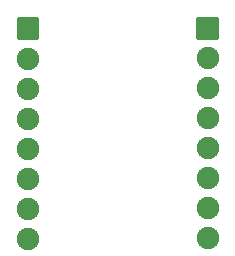
<source format=gbs>
G04 #@! TF.GenerationSoftware,KiCad,Pcbnew,(5.1.12)-1*
G04 #@! TF.CreationDate,2022-08-19T23:51:52+09:00*
G04 #@! TF.ProjectId,main,6d61696e-2e6b-4696-9361-645f70636258,rev?*
G04 #@! TF.SameCoordinates,PX7e5ca20PY5e39180*
G04 #@! TF.FileFunction,Soldermask,Bot*
G04 #@! TF.FilePolarity,Negative*
%FSLAX46Y46*%
G04 Gerber Fmt 4.6, Leading zero omitted, Abs format (unit mm)*
G04 Created by KiCad (PCBNEW (5.1.12)-1) date 2022-08-19 23:51:52*
%MOMM*%
%LPD*%
G01*
G04 APERTURE LIST*
%ADD10O,1.900000X1.900000*%
G04 APERTURE END LIST*
D10*
G04 #@! TO.C,J3*
X15600000Y-19360000D03*
X15600000Y-16820000D03*
X15600000Y-14280000D03*
X15600000Y-11740000D03*
X15600000Y-9200000D03*
X15600000Y-6660000D03*
X15600000Y-4120000D03*
G36*
G01*
X16550000Y-730000D02*
X16550000Y-2430000D01*
G75*
G02*
X16450000Y-2530000I-100000J0D01*
G01*
X14750000Y-2530000D01*
G75*
G02*
X14650000Y-2430000I0J100000D01*
G01*
X14650000Y-730000D01*
G75*
G02*
X14750000Y-630000I100000J0D01*
G01*
X16450000Y-630000D01*
G75*
G02*
X16550000Y-730000I0J-100000D01*
G01*
G37*
G04 #@! TD*
G04 #@! TO.C,J1*
X400000Y-19380000D03*
X400000Y-16840000D03*
X400000Y-14300000D03*
X400000Y-11760000D03*
X400000Y-9220000D03*
X400000Y-6680000D03*
X400000Y-4140000D03*
G36*
G01*
X1350000Y-750000D02*
X1350000Y-2450000D01*
G75*
G02*
X1250000Y-2550000I-100000J0D01*
G01*
X-450000Y-2550000D01*
G75*
G02*
X-550000Y-2450000I0J100000D01*
G01*
X-550000Y-750000D01*
G75*
G02*
X-450000Y-650000I100000J0D01*
G01*
X1250000Y-650000D01*
G75*
G02*
X1350000Y-750000I0J-100000D01*
G01*
G37*
G04 #@! TD*
M02*

</source>
